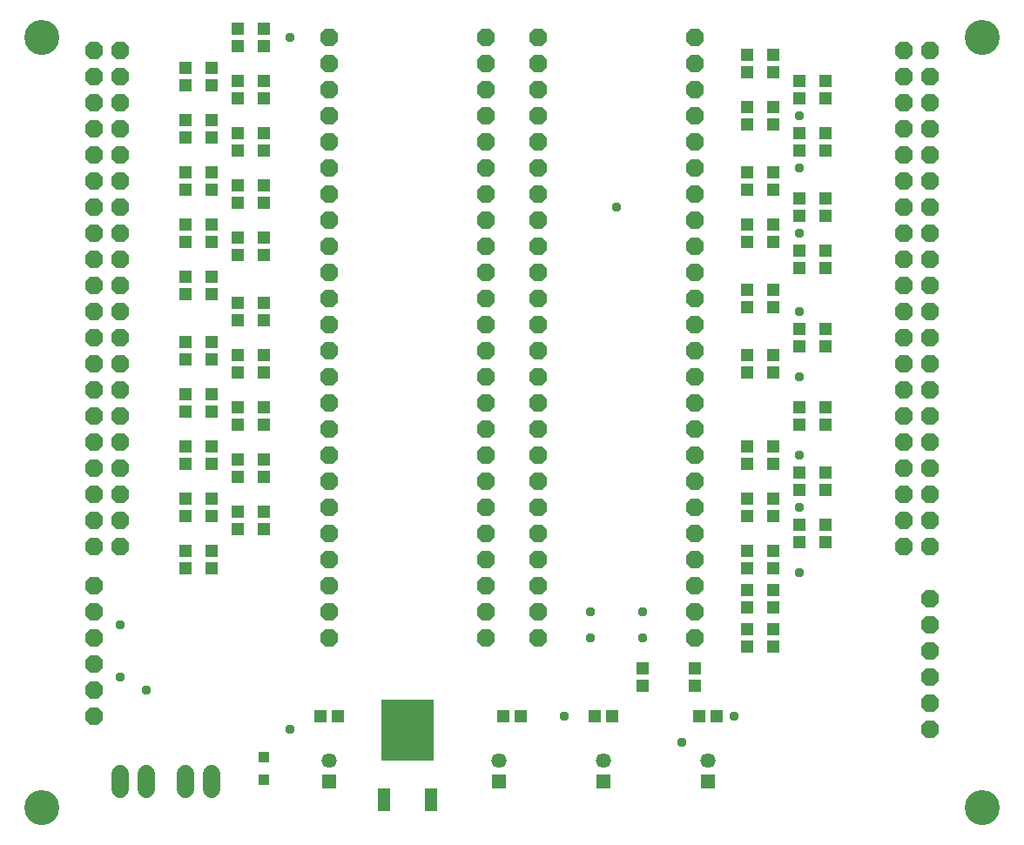
<source format=gbr>
G04 EAGLE Gerber RS-274X export*
G75*
%MOMM*%
%FSLAX34Y34*%
%LPD*%
%INSoldermask Top*%
%IPPOS*%
%AMOC8*
5,1,8,0,0,1.08239X$1,22.5*%
G01*
%ADD10C,3.403200*%
%ADD11R,1.203200X1.303200*%
%ADD12R,1.461200X1.461200*%
%ADD13C,1.461200*%
%ADD14R,1.303200X1.203200*%
%ADD15R,1.003200X1.003200*%
%ADD16R,1.203200X2.303200*%
%ADD17R,5.103200X6.053200*%
%ADD18P,1.852186X8X112.500000*%
%ADD19P,1.852186X8X292.500000*%
%ADD20C,1.711200*%
%ADD21C,0.959600*%


D10*
X50800Y774700D03*
X50800Y25400D03*
X965200Y25400D03*
X965200Y774700D03*
D11*
X635000Y160900D03*
X635000Y143900D03*
X736600Y448700D03*
X736600Y465700D03*
X787400Y474100D03*
X787400Y491100D03*
X736600Y512200D03*
X736600Y529200D03*
X787400Y550300D03*
X787400Y567300D03*
X736600Y575700D03*
X736600Y592700D03*
X787400Y601100D03*
X787400Y618100D03*
X736600Y626500D03*
X736600Y643500D03*
X787400Y664600D03*
X787400Y681600D03*
X736600Y690000D03*
X736600Y707000D03*
X787400Y715400D03*
X787400Y732400D03*
X736600Y182000D03*
X736600Y199000D03*
X736600Y740800D03*
X736600Y757800D03*
X266700Y766200D03*
X266700Y783200D03*
X215900Y745100D03*
X215900Y728100D03*
X266700Y715400D03*
X266700Y732400D03*
X215900Y694300D03*
X215900Y677300D03*
X266700Y664600D03*
X266700Y681600D03*
X215900Y643500D03*
X215900Y626500D03*
X266700Y613800D03*
X266700Y630800D03*
X215900Y592700D03*
X215900Y575700D03*
X266700Y563000D03*
X266700Y580000D03*
X736600Y220100D03*
X736600Y237100D03*
X215900Y524900D03*
X215900Y541900D03*
X266700Y499500D03*
X266700Y516500D03*
X215900Y478400D03*
X215900Y461400D03*
X266700Y448700D03*
X266700Y465700D03*
X215900Y427600D03*
X215900Y410600D03*
X266700Y397900D03*
X266700Y414900D03*
X215900Y376800D03*
X215900Y359800D03*
X266700Y347100D03*
X266700Y364100D03*
X215900Y326000D03*
X215900Y309000D03*
X266700Y296300D03*
X266700Y313300D03*
X736600Y258200D03*
X736600Y275200D03*
X215900Y275200D03*
X215900Y258200D03*
D12*
X330200Y50800D03*
D13*
X330200Y70800D03*
D12*
X596900Y50800D03*
D13*
X596900Y70800D03*
D12*
X698500Y50800D03*
D13*
X698500Y70800D03*
D14*
X707000Y114300D03*
X690000Y114300D03*
X588400Y114300D03*
X605400Y114300D03*
D12*
X495300Y50800D03*
D13*
X495300Y70800D03*
D14*
X321700Y114300D03*
X338700Y114300D03*
X516500Y114300D03*
X499500Y114300D03*
D11*
X787400Y283600D03*
X787400Y300600D03*
X736600Y309000D03*
X736600Y326000D03*
X787400Y334400D03*
X787400Y351400D03*
X736600Y359800D03*
X736600Y376800D03*
X787400Y397900D03*
X787400Y414900D03*
D15*
X266700Y52500D03*
X266700Y74500D03*
D16*
X383600Y32700D03*
X429200Y32700D03*
D17*
X406400Y100700D03*
D18*
X914400Y279400D03*
X889000Y279400D03*
X914400Y304800D03*
X889000Y304800D03*
X914400Y330200D03*
X889000Y330200D03*
X914400Y355600D03*
X889000Y355600D03*
X914400Y381000D03*
X889000Y381000D03*
X914400Y406400D03*
X889000Y406400D03*
X914400Y431800D03*
X889000Y431800D03*
X914400Y457200D03*
X889000Y457200D03*
X914400Y482600D03*
X889000Y482600D03*
X914400Y508000D03*
X889000Y508000D03*
X914400Y533400D03*
X889000Y533400D03*
X914400Y558800D03*
X889000Y558800D03*
X914400Y584200D03*
X889000Y584200D03*
X914400Y609600D03*
X889000Y609600D03*
X914400Y635000D03*
X889000Y635000D03*
X914400Y660400D03*
X889000Y660400D03*
X914400Y685800D03*
X889000Y685800D03*
X914400Y711200D03*
X889000Y711200D03*
X914400Y736600D03*
X889000Y736600D03*
X914400Y762000D03*
X889000Y762000D03*
D19*
X101600Y762000D03*
X127000Y762000D03*
X101600Y736600D03*
X127000Y736600D03*
X101600Y711200D03*
X127000Y711200D03*
X101600Y685800D03*
X127000Y685800D03*
X101600Y660400D03*
X127000Y660400D03*
X101600Y635000D03*
X127000Y635000D03*
X101600Y609600D03*
X127000Y609600D03*
X101600Y584200D03*
X127000Y584200D03*
X101600Y558800D03*
X127000Y558800D03*
X101600Y533400D03*
X127000Y533400D03*
X101600Y508000D03*
X127000Y508000D03*
X101600Y482600D03*
X127000Y482600D03*
X101600Y457200D03*
X127000Y457200D03*
X101600Y431800D03*
X127000Y431800D03*
X101600Y406400D03*
X127000Y406400D03*
X101600Y381000D03*
X127000Y381000D03*
X101600Y355600D03*
X127000Y355600D03*
X101600Y330200D03*
X127000Y330200D03*
X101600Y304800D03*
X127000Y304800D03*
X101600Y279400D03*
X127000Y279400D03*
D14*
X685800Y143900D03*
X685800Y160900D03*
X762000Y465700D03*
X762000Y448700D03*
X812800Y491100D03*
X812800Y474100D03*
X762000Y529200D03*
X762000Y512200D03*
X812800Y567300D03*
X812800Y550300D03*
X762000Y592700D03*
X762000Y575700D03*
X812800Y618100D03*
X812800Y601100D03*
X762000Y643500D03*
X762000Y626500D03*
X812800Y681600D03*
X812800Y664600D03*
X762000Y707000D03*
X762000Y690000D03*
X812800Y732400D03*
X812800Y715400D03*
X762000Y199000D03*
X762000Y182000D03*
X762000Y757800D03*
X762000Y740800D03*
X241300Y783200D03*
X241300Y766200D03*
X190500Y728100D03*
X190500Y745100D03*
X241300Y732400D03*
X241300Y715400D03*
X190500Y677300D03*
X190500Y694300D03*
X241300Y681600D03*
X241300Y664600D03*
X190500Y626500D03*
X190500Y643500D03*
X241300Y630800D03*
X241300Y613800D03*
X190500Y575700D03*
X190500Y592700D03*
X241300Y580000D03*
X241300Y563000D03*
X762000Y237100D03*
X762000Y220100D03*
X190500Y541900D03*
X190500Y524900D03*
X241300Y516500D03*
X241300Y499500D03*
X190500Y461400D03*
X190500Y478400D03*
X241300Y465700D03*
X241300Y448700D03*
X190500Y410600D03*
X190500Y427600D03*
X241300Y414900D03*
X241300Y397900D03*
X190500Y359800D03*
X190500Y376800D03*
X241300Y364100D03*
X241300Y347100D03*
X190500Y309000D03*
X190500Y326000D03*
X241300Y313300D03*
X241300Y296300D03*
X762000Y275200D03*
X762000Y258200D03*
X190500Y258200D03*
X190500Y275200D03*
X812800Y300600D03*
X812800Y283600D03*
X762000Y326000D03*
X762000Y309000D03*
X812800Y351400D03*
X812800Y334400D03*
X762000Y376800D03*
X762000Y359800D03*
X812800Y414900D03*
X812800Y397900D03*
D19*
X685800Y774700D03*
X685800Y749300D03*
X685800Y723900D03*
X685800Y698500D03*
X685800Y673100D03*
X685800Y647700D03*
X685800Y622300D03*
X685800Y596900D03*
X685800Y571500D03*
X685800Y546100D03*
X685800Y520700D03*
X685800Y495300D03*
X685800Y469900D03*
X685800Y444500D03*
X685800Y419100D03*
X685800Y393700D03*
X685800Y368300D03*
X685800Y342900D03*
X685800Y317500D03*
X685800Y292100D03*
X685800Y266700D03*
X685800Y241300D03*
X685800Y215900D03*
X685800Y190500D03*
D18*
X533400Y190500D03*
X533400Y215900D03*
X533400Y241300D03*
X533400Y266700D03*
X533400Y292100D03*
X533400Y317500D03*
X533400Y342900D03*
X533400Y368300D03*
X533400Y393700D03*
X533400Y419100D03*
X533400Y444500D03*
X533400Y469900D03*
X533400Y495300D03*
X533400Y520700D03*
X533400Y546100D03*
X533400Y571500D03*
X533400Y596900D03*
X533400Y622300D03*
X533400Y647700D03*
X533400Y673100D03*
X533400Y698500D03*
X533400Y723900D03*
X533400Y749300D03*
X533400Y774700D03*
X330200Y190500D03*
X330200Y215900D03*
X330200Y241300D03*
X330200Y266700D03*
X330200Y292100D03*
X330200Y317500D03*
X330200Y342900D03*
X330200Y368300D03*
X330200Y393700D03*
X330200Y419100D03*
X330200Y444500D03*
X330200Y469900D03*
X330200Y495300D03*
X330200Y520700D03*
X330200Y546100D03*
X330200Y571500D03*
X330200Y596900D03*
X330200Y622300D03*
X330200Y647700D03*
X330200Y673100D03*
X330200Y698500D03*
X330200Y723900D03*
X330200Y749300D03*
X330200Y774700D03*
D19*
X482600Y774700D03*
X482600Y749300D03*
X482600Y723900D03*
X482600Y698500D03*
X482600Y673100D03*
X482600Y647700D03*
X482600Y622300D03*
X482600Y596900D03*
X482600Y571500D03*
X482600Y546100D03*
X482600Y520700D03*
X482600Y495300D03*
X482600Y469900D03*
X482600Y444500D03*
X482600Y419100D03*
X482600Y393700D03*
X482600Y368300D03*
X482600Y342900D03*
X482600Y317500D03*
X482600Y292100D03*
X482600Y266700D03*
X482600Y241300D03*
X482600Y215900D03*
X482600Y190500D03*
D20*
X215900Y58340D02*
X215900Y43260D01*
X190500Y43260D02*
X190500Y58340D01*
X152400Y58340D02*
X152400Y43260D01*
X127000Y43260D02*
X127000Y58340D01*
D18*
X914400Y101600D03*
X914400Y127000D03*
X914400Y152400D03*
X914400Y177800D03*
X914400Y203200D03*
X914400Y228600D03*
X101600Y114300D03*
X101600Y139700D03*
X101600Y165100D03*
X101600Y190500D03*
X101600Y215900D03*
X101600Y241300D03*
D21*
X787400Y254000D03*
X787400Y317500D03*
X787400Y368300D03*
X787400Y444500D03*
X787400Y508000D03*
X787400Y584200D03*
X787400Y647700D03*
X787400Y698500D03*
X292100Y774700D03*
X635000Y190500D03*
X584200Y190500D03*
X152400Y139700D03*
X127000Y203200D03*
X635000Y215900D03*
X584200Y215900D03*
X127000Y152400D03*
X292100Y101600D03*
X673100Y88900D03*
X558800Y114300D03*
X723900Y114300D03*
X609600Y609600D03*
M02*

</source>
